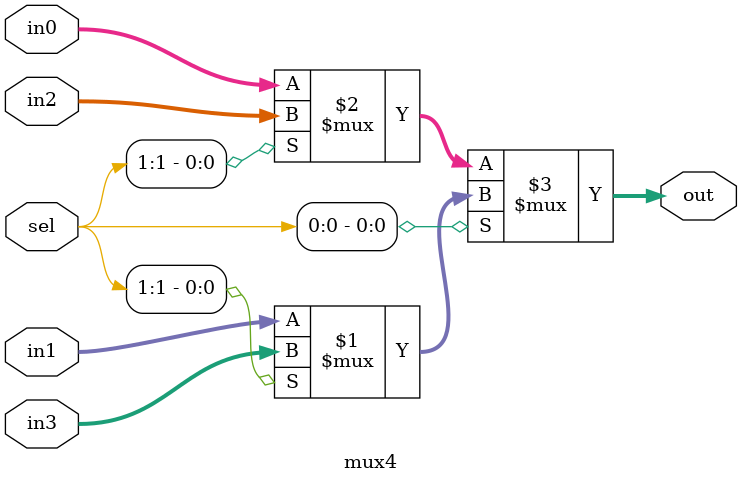
<source format=v>
module mux4(input [31:0] in0, 
           input [31:0] in1, 
           input [31:0] in2,
           input [31:0] in3,
           input [1:0] sel,
           output [31:0] out);
           
    assign out = sel[0]?sel[1]?in3:in1
                       :sel[1]?in2:in0;
    
endmodule

</source>
